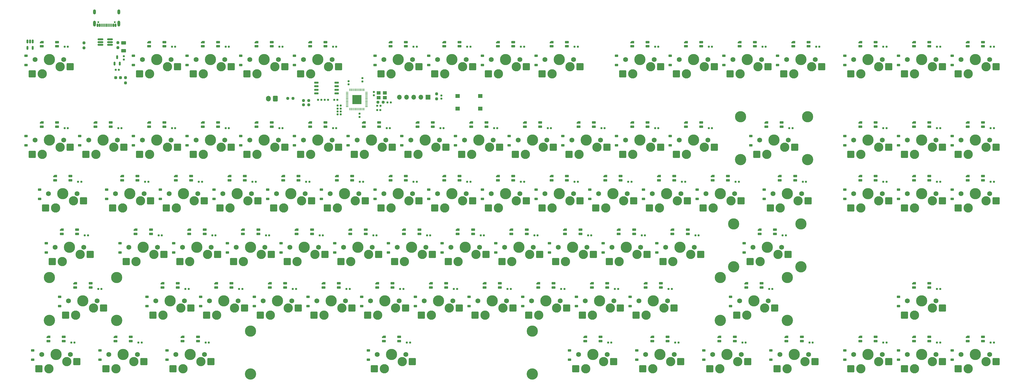
<source format=gbr>
%TF.GenerationSoftware,KiCad,Pcbnew,8.0.8*%
%TF.CreationDate,2025-02-03T21:48:35-05:00*%
%TF.ProjectId,OakSpring,4f616b53-7072-4696-9e67-2e6b69636164,rev?*%
%TF.SameCoordinates,Original*%
%TF.FileFunction,Soldermask,Bot*%
%TF.FilePolarity,Negative*%
%FSLAX46Y46*%
G04 Gerber Fmt 4.6, Leading zero omitted, Abs format (unit mm)*
G04 Created by KiCad (PCBNEW 8.0.8) date 2025-02-03 21:48:35*
%MOMM*%
%LPD*%
G01*
G04 APERTURE LIST*
G04 Aperture macros list*
%AMRoundRect*
0 Rectangle with rounded corners*
0 $1 Rounding radius*
0 $2 $3 $4 $5 $6 $7 $8 $9 X,Y pos of 4 corners*
0 Add a 4 corners polygon primitive as box body*
4,1,4,$2,$3,$4,$5,$6,$7,$8,$9,$2,$3,0*
0 Add four circle primitives for the rounded corners*
1,1,$1+$1,$2,$3*
1,1,$1+$1,$4,$5*
1,1,$1+$1,$6,$7*
1,1,$1+$1,$8,$9*
0 Add four rect primitives between the rounded corners*
20,1,$1+$1,$2,$3,$4,$5,0*
20,1,$1+$1,$4,$5,$6,$7,0*
20,1,$1+$1,$6,$7,$8,$9,0*
20,1,$1+$1,$8,$9,$2,$3,0*%
%AMFreePoly0*
4,1,18,-0.410000,0.593000,-0.403758,0.624380,-0.385983,0.650983,-0.359380,0.668758,-0.328000,0.675000,0.328000,0.675000,0.359380,0.668758,0.385983,0.650983,0.403758,0.624380,0.410000,0.593000,0.410000,-0.593000,0.403758,-0.624380,0.385983,-0.650983,0.359380,-0.668758,0.328000,-0.675000,0.000000,-0.675000,-0.410000,-0.265000,-0.410000,0.593000,-0.410000,0.593000,$1*%
G04 Aperture macros list end*
%ADD10C,4.000000*%
%ADD11C,3.987800*%
%ADD12C,1.750000*%
%ADD13C,3.300000*%
%ADD14RoundRect,0.250000X-1.025000X-1.000000X1.025000X-1.000000X1.025000X1.000000X-1.025000X1.000000X0*%
%ADD15RoundRect,0.225000X-0.375000X0.225000X-0.375000X-0.225000X0.375000X-0.225000X0.375000X0.225000X0*%
%ADD16RoundRect,0.155000X-0.212500X-0.155000X0.212500X-0.155000X0.212500X0.155000X-0.212500X0.155000X0*%
%ADD17RoundRect,0.082000X-0.593000X0.328000X-0.593000X-0.328000X0.593000X-0.328000X0.593000X0.328000X0*%
%ADD18FreePoly0,270.000000*%
%ADD19RoundRect,0.250000X-0.625000X0.375000X-0.625000X-0.375000X0.625000X-0.375000X0.625000X0.375000X0*%
%ADD20RoundRect,0.155000X-0.155000X0.212500X-0.155000X-0.212500X0.155000X-0.212500X0.155000X0.212500X0*%
%ADD21RoundRect,0.155000X0.212500X0.155000X-0.212500X0.155000X-0.212500X-0.155000X0.212500X-0.155000X0*%
%ADD22RoundRect,0.237500X-0.237500X0.250000X-0.237500X-0.250000X0.237500X-0.250000X0.237500X0.250000X0*%
%ADD23R,1.700000X1.700000*%
%ADD24O,1.700000X1.700000*%
%ADD25RoundRect,0.150000X-0.150000X0.512500X-0.150000X-0.512500X0.150000X-0.512500X0.150000X0.512500X0*%
%ADD26RoundRect,0.155000X0.155000X-0.212500X0.155000X0.212500X-0.155000X0.212500X-0.155000X-0.212500X0*%
%ADD27RoundRect,0.250000X0.600000X0.750000X-0.600000X0.750000X-0.600000X-0.750000X0.600000X-0.750000X0*%
%ADD28O,1.700000X2.000000*%
%ADD29R,1.600000X1.400000*%
%ADD30RoundRect,0.237500X0.250000X0.237500X-0.250000X0.237500X-0.250000X-0.237500X0.250000X-0.237500X0*%
%ADD31RoundRect,0.237500X0.287500X0.237500X-0.287500X0.237500X-0.287500X-0.237500X0.287500X-0.237500X0*%
%ADD32RoundRect,0.237500X-0.250000X-0.237500X0.250000X-0.237500X0.250000X0.237500X-0.250000X0.237500X0*%
%ADD33RoundRect,0.150000X0.650000X0.150000X-0.650000X0.150000X-0.650000X-0.150000X0.650000X-0.150000X0*%
%ADD34C,0.650000*%
%ADD35RoundRect,0.150000X-0.150000X-0.425000X0.150000X-0.425000X0.150000X0.425000X-0.150000X0.425000X0*%
%ADD36RoundRect,0.075000X-0.075000X-0.500000X0.075000X-0.500000X0.075000X0.500000X-0.075000X0.500000X0*%
%ADD37O,1.000000X1.800000*%
%ADD38O,1.000000X2.100000*%
%ADD39RoundRect,0.162500X0.837500X0.162500X-0.837500X0.162500X-0.837500X-0.162500X0.837500X-0.162500X0*%
%ADD40R,1.400000X1.200000*%
%ADD41RoundRect,0.050000X-0.050000X0.387500X-0.050000X-0.387500X0.050000X-0.387500X0.050000X0.387500X0*%
%ADD42RoundRect,0.050000X-0.387500X0.050000X-0.387500X-0.050000X0.387500X-0.050000X0.387500X0.050000X0*%
%ADD43R,3.200000X3.200000*%
%ADD44RoundRect,0.150000X0.150000X-0.512500X0.150000X0.512500X-0.150000X0.512500X-0.150000X-0.512500X0*%
G04 APERTURE END LIST*
D10*
%TO.C,S5*%
X209518250Y-149863050D03*
D11*
X209518250Y-134623050D03*
D10*
X109505750Y-149863050D03*
D11*
X109505750Y-134623050D03*
%TD*%
D10*
%TO.C,S4*%
X304800000Y-111760000D03*
D11*
X304800000Y-96520000D03*
D10*
X280987500Y-111760000D03*
D11*
X280987500Y-96520000D03*
%TD*%
D10*
%TO.C,S3*%
X300037500Y-130810000D03*
D11*
X300037500Y-115570000D03*
D10*
X276225000Y-130810000D03*
D11*
X276225000Y-115570000D03*
%TD*%
D10*
%TO.C,S2*%
X61976000Y-130810000D03*
D11*
X61976000Y-115570000D03*
D10*
X38163500Y-130810000D03*
D11*
X38163500Y-115570000D03*
%TD*%
D10*
%TO.C,S1*%
X307181250Y-73660000D03*
D11*
X307181250Y-58420000D03*
D10*
X283368750Y-73660000D03*
D11*
X283368750Y-58420000D03*
%TD*%
D12*
%TO.C,MX17*%
X33020000Y-66675000D03*
D11*
X38100000Y-66675000D03*
D12*
X43180000Y-66675000D03*
D13*
X41910000Y-69215000D03*
D14*
X45460000Y-69215000D03*
X32010000Y-71755000D03*
D13*
X35560000Y-71755000D03*
%TD*%
D15*
%TO.C,D60*%
X215587500Y-103375000D03*
X215587500Y-106675000D03*
%TD*%
D16*
%TO.C,C65*%
X86395000Y-119575000D03*
X87530000Y-119575000D03*
%TD*%
D12*
%TO.C,MX7*%
X175895000Y-38100000D03*
D11*
X180975000Y-38100000D03*
D12*
X186055000Y-38100000D03*
D13*
X184785000Y-40640000D03*
D14*
X188335000Y-40640000D03*
X174885000Y-43180000D03*
D13*
X178435000Y-43180000D03*
%TD*%
D15*
%TO.C,D34*%
X34612500Y-84325000D03*
X34612500Y-87625000D03*
%TD*%
D17*
%TO.C,LED23*%
X155125000Y-61925000D03*
X155125000Y-60425000D03*
X149675000Y-61925000D03*
D18*
X149675000Y-60425000D03*
%TD*%
D15*
%TO.C,D29*%
X258450000Y-65275000D03*
X258450000Y-68575000D03*
%TD*%
D12*
%TO.C,MX24*%
X166370000Y-66675000D03*
D11*
X171450000Y-66675000D03*
D12*
X176530000Y-66675000D03*
D13*
X175260000Y-69215000D03*
D14*
X178810000Y-69215000D03*
X165360000Y-71755000D03*
D13*
X168910000Y-71755000D03*
%TD*%
D17*
%TO.C,LED17*%
X40825000Y-61925000D03*
X40825000Y-60425000D03*
X35375000Y-61925000D03*
D18*
X35375000Y-60425000D03*
%TD*%
D15*
%TO.C,D62*%
X253687500Y-103375000D03*
X253687500Y-106675000D03*
%TD*%
D16*
%TO.C,C68*%
X143545000Y-119575000D03*
X144680000Y-119575000D03*
%TD*%
D15*
%TO.C,D22*%
X125100000Y-65275000D03*
X125100000Y-68575000D03*
%TD*%
D12*
%TO.C,MX10*%
X242570000Y-38100000D03*
D11*
X247650000Y-38100000D03*
D12*
X252730000Y-38100000D03*
D13*
X251460000Y-40640000D03*
D14*
X255010000Y-40640000D03*
X241560000Y-43180000D03*
D13*
X245110000Y-43180000D03*
%TD*%
D15*
%TO.C,D64*%
X41756250Y-122425000D03*
X41756250Y-125725000D03*
%TD*%
%TO.C,D23*%
X144150000Y-65275000D03*
X144150000Y-68575000D03*
%TD*%
D17*
%TO.C,LED43*%
X221800000Y-80975000D03*
X221800000Y-79475000D03*
X216350000Y-80975000D03*
D18*
X216350000Y-79475000D03*
%TD*%
D12*
%TO.C,MX75*%
X283051250Y-123825000D03*
D11*
X288131250Y-123825000D03*
D12*
X293211250Y-123825000D03*
D13*
X291941250Y-126365000D03*
D14*
X295491250Y-126365000D03*
X282041250Y-128905000D03*
D13*
X285591250Y-128905000D03*
%TD*%
D12*
%TO.C,MX71*%
X190182500Y-123825000D03*
D11*
X195262500Y-123825000D03*
D12*
X200342500Y-123825000D03*
D13*
X199072500Y-126365000D03*
D14*
X202622500Y-126365000D03*
X189172500Y-128905000D03*
D13*
X192722500Y-128905000D03*
%TD*%
D17*
%TO.C,LED79*%
X90831250Y-138125000D03*
X90831250Y-136625000D03*
X85381250Y-138125000D03*
D18*
X85381250Y-136625000D03*
%TD*%
D17*
%TO.C,LED29*%
X269425000Y-61925000D03*
X269425000Y-60425000D03*
X263975000Y-61925000D03*
D18*
X263975000Y-60425000D03*
%TD*%
D19*
%TO.C,F1*%
X64475000Y-32150000D03*
X64475000Y-34950000D03*
%TD*%
D12*
%TO.C,MX74*%
X247332500Y-123825000D03*
D11*
X252412500Y-123825000D03*
D12*
X257492500Y-123825000D03*
D13*
X256222500Y-126365000D03*
D14*
X259772500Y-126365000D03*
X246322500Y-128905000D03*
D13*
X249872500Y-128905000D03*
%TD*%
D17*
%TO.C,LED20*%
X97975000Y-61925000D03*
X97975000Y-60425000D03*
X92525000Y-61925000D03*
D18*
X92525000Y-60425000D03*
%TD*%
D15*
%TO.C,D1*%
X29850000Y-36700000D03*
X29850000Y-40000000D03*
%TD*%
D20*
%TO.C,C99*%
X64575000Y-36907500D03*
X64575000Y-38042500D03*
%TD*%
D16*
%TO.C,C45*%
X262607500Y-81475000D03*
X263742500Y-81475000D03*
%TD*%
D17*
%TO.C,LED1*%
X40825000Y-33350000D03*
X40825000Y-31850000D03*
X35375000Y-33350000D03*
D18*
X35375000Y-31850000D03*
%TD*%
D15*
%TO.C,D74*%
X244162500Y-122425000D03*
X244162500Y-125725000D03*
%TD*%
D16*
%TO.C,C24*%
X176882500Y-62425000D03*
X178017500Y-62425000D03*
%TD*%
D17*
%TO.C,LED69*%
X159887500Y-119075000D03*
X159887500Y-117575000D03*
X154437500Y-119075000D03*
D18*
X154437500Y-117575000D03*
%TD*%
D12*
%TO.C,MX68*%
X133032500Y-123825000D03*
D11*
X138112500Y-123825000D03*
D12*
X143192500Y-123825000D03*
D13*
X141922500Y-126365000D03*
D14*
X145472500Y-126365000D03*
X132022500Y-128905000D03*
D13*
X135572500Y-128905000D03*
%TD*%
D21*
%TO.C,C103*%
X159242500Y-53300000D03*
X158107500Y-53300000D03*
%TD*%
D16*
%TO.C,C3*%
X100682500Y-33528000D03*
X101817500Y-33528000D03*
%TD*%
D17*
%TO.C,LED77*%
X43206250Y-138125000D03*
X43206250Y-136625000D03*
X37756250Y-138125000D03*
D18*
X37756250Y-136625000D03*
%TD*%
D17*
%TO.C,LED87*%
X369437500Y-138125000D03*
X369437500Y-136625000D03*
X363987500Y-138125000D03*
D18*
X363987500Y-136625000D03*
%TD*%
D15*
%TO.C,D32*%
X339412500Y-65275000D03*
X339412500Y-68575000D03*
%TD*%
D12*
%TO.C,MX44*%
X233045000Y-85725000D03*
D11*
X238125000Y-85725000D03*
D12*
X243205000Y-85725000D03*
D13*
X241935000Y-88265000D03*
D14*
X245485000Y-88265000D03*
X232035000Y-90805000D03*
D13*
X235585000Y-90805000D03*
%TD*%
D15*
%TO.C,D70*%
X167962500Y-122425000D03*
X167962500Y-125725000D03*
%TD*%
D17*
%TO.C,LED34*%
X45587500Y-80975000D03*
X45587500Y-79475000D03*
X40137500Y-80975000D03*
D18*
X40137500Y-79475000D03*
%TD*%
D12*
%TO.C,MX85*%
X323532500Y-142875000D03*
D11*
X328612500Y-142875000D03*
D12*
X333692500Y-142875000D03*
D13*
X332422500Y-145415000D03*
D14*
X335972500Y-145415000D03*
X322522500Y-147955000D03*
D13*
X326072500Y-147955000D03*
%TD*%
D12*
%TO.C,MX61*%
X237807500Y-104775000D03*
D11*
X242887500Y-104775000D03*
D12*
X247967500Y-104775000D03*
D13*
X246697500Y-107315000D03*
D14*
X250247500Y-107315000D03*
X236797500Y-109855000D03*
D13*
X240347500Y-109855000D03*
%TD*%
D12*
%TO.C,MX28*%
X242570000Y-66675000D03*
D11*
X247650000Y-66675000D03*
D12*
X252730000Y-66675000D03*
D13*
X251460000Y-69215000D03*
D14*
X255010000Y-69215000D03*
X241560000Y-71755000D03*
D13*
X245110000Y-71755000D03*
%TD*%
D21*
%TO.C,C89*%
X140317500Y-52350000D03*
X139182500Y-52350000D03*
%TD*%
D17*
%TO.C,LED53*%
X93212500Y-100025000D03*
X93212500Y-98525000D03*
X87762500Y-100025000D03*
D18*
X87762500Y-98525000D03*
%TD*%
D17*
%TO.C,LED28*%
X250375000Y-61925000D03*
X250375000Y-60425000D03*
X244925000Y-61925000D03*
D18*
X244925000Y-60425000D03*
%TD*%
D12*
%TO.C,MX39*%
X137795000Y-85725000D03*
D11*
X142875000Y-85725000D03*
D12*
X147955000Y-85725000D03*
D13*
X146685000Y-88265000D03*
D14*
X150235000Y-88265000D03*
X136785000Y-90805000D03*
D13*
X140335000Y-90805000D03*
%TD*%
D15*
%TO.C,D63*%
X284643750Y-103375000D03*
X284643750Y-106675000D03*
%TD*%
D12*
%TO.C,MX25*%
X185420000Y-66675000D03*
D11*
X190500000Y-66675000D03*
D12*
X195580000Y-66675000D03*
D13*
X194310000Y-69215000D03*
D14*
X197860000Y-69215000D03*
X184410000Y-71755000D03*
D13*
X187960000Y-71755000D03*
%TD*%
D15*
%TO.C,D43*%
X210825000Y-84325000D03*
X210825000Y-87625000D03*
%TD*%
D16*
%TO.C,C80*%
X164976250Y-138625000D03*
X166111250Y-138625000D03*
%TD*%
D15*
%TO.C,D68*%
X129862500Y-122425000D03*
X129862500Y-125725000D03*
%TD*%
D17*
%TO.C,LED32*%
X350387500Y-61925000D03*
X350387500Y-60425000D03*
X344937500Y-61925000D03*
D18*
X344937500Y-60425000D03*
%TD*%
D12*
%TO.C,MX26*%
X204470000Y-66675000D03*
D11*
X209550000Y-66675000D03*
D12*
X214630000Y-66675000D03*
D13*
X213360000Y-69215000D03*
D14*
X216910000Y-69215000D03*
X203460000Y-71755000D03*
D13*
X207010000Y-71755000D03*
%TD*%
D16*
%TO.C,C69*%
X162595000Y-119575000D03*
X163730000Y-119575000D03*
%TD*%
D17*
%TO.C,LED76*%
X350387500Y-119075000D03*
X350387500Y-117575000D03*
X344937500Y-119075000D03*
D18*
X344937500Y-117575000D03*
%TD*%
D17*
%TO.C,LED75*%
X290856250Y-119075000D03*
X290856250Y-117575000D03*
X285406250Y-119075000D03*
D18*
X285406250Y-117575000D03*
%TD*%
D17*
%TO.C,LED78*%
X67018750Y-138125000D03*
X67018750Y-136625000D03*
X61568750Y-138125000D03*
D18*
X61568750Y-136625000D03*
%TD*%
D15*
%TO.C,D67*%
X110812500Y-122425000D03*
X110812500Y-125725000D03*
%TD*%
D12*
%TO.C,MX56*%
X142557500Y-104775000D03*
D11*
X147637500Y-104775000D03*
D12*
X152717500Y-104775000D03*
D13*
X151447500Y-107315000D03*
D14*
X154997500Y-107315000D03*
X141547500Y-109855000D03*
D13*
X145097500Y-109855000D03*
%TD*%
D17*
%TO.C,LED70*%
X178937500Y-119075000D03*
X178937500Y-117575000D03*
X173487500Y-119075000D03*
D18*
X173487500Y-117575000D03*
%TD*%
D15*
%TO.C,D65*%
X72712500Y-122425000D03*
X72712500Y-125725000D03*
%TD*%
D17*
%TO.C,LED50*%
X369437500Y-80975000D03*
X369437500Y-79475000D03*
X363987500Y-80975000D03*
D18*
X363987500Y-79475000D03*
%TD*%
D16*
%TO.C,C14*%
X334045000Y-33528000D03*
X335180000Y-33528000D03*
%TD*%
D12*
%TO.C,MX70*%
X171132500Y-123825000D03*
D11*
X176212500Y-123825000D03*
D12*
X181292500Y-123825000D03*
D13*
X180022500Y-126365000D03*
D14*
X183572500Y-126365000D03*
X170122500Y-128905000D03*
D13*
X173672500Y-128905000D03*
%TD*%
D15*
%TO.C,D18*%
X48900000Y-65275000D03*
X48900000Y-68575000D03*
%TD*%
%TO.C,D3*%
X87000000Y-36700000D03*
X87000000Y-40000000D03*
%TD*%
D12*
%TO.C,MX59*%
X199707500Y-104775000D03*
D11*
X204787500Y-104775000D03*
D12*
X209867500Y-104775000D03*
D13*
X208597500Y-107315000D03*
D14*
X212147500Y-107315000D03*
X198697500Y-109855000D03*
D13*
X202247500Y-109855000D03*
%TD*%
D22*
%TO.C,R5*%
X62425000Y-32037500D03*
X62425000Y-33862500D03*
%TD*%
D12*
%TO.C,MX40*%
X156845000Y-85725000D03*
D11*
X161925000Y-85725000D03*
D12*
X167005000Y-85725000D03*
D13*
X165735000Y-88265000D03*
D14*
X169285000Y-88265000D03*
X155835000Y-90805000D03*
D13*
X159385000Y-90805000D03*
%TD*%
D16*
%TO.C,C79*%
X93538750Y-138625000D03*
X94673750Y-138625000D03*
%TD*%
D17*
%TO.C,LED16*%
X369437500Y-33350000D03*
X369437500Y-31850000D03*
X363987500Y-33350000D03*
D18*
X363987500Y-31850000D03*
%TD*%
D12*
%TO.C,MX41*%
X175895000Y-85725000D03*
D11*
X180975000Y-85725000D03*
D12*
X186055000Y-85725000D03*
D13*
X184785000Y-88265000D03*
D14*
X188335000Y-88265000D03*
X174885000Y-90805000D03*
D13*
X178435000Y-90805000D03*
%TD*%
D15*
%TO.C,D79*%
X79856250Y-141475000D03*
X79856250Y-144775000D03*
%TD*%
%TO.C,D14*%
X320362500Y-36700000D03*
X320362500Y-40000000D03*
%TD*%
D23*
%TO.C,J3*%
X172525000Y-51450000D03*
D24*
X169985000Y-51450000D03*
X167445000Y-51450000D03*
X164905000Y-51450000D03*
X162365000Y-51450000D03*
%TD*%
D17*
%TO.C,LED33*%
X369437500Y-61925000D03*
X369437500Y-60425000D03*
X363987500Y-61925000D03*
D18*
X363987500Y-60425000D03*
%TD*%
D16*
%TO.C,C71*%
X200695000Y-119575000D03*
X201830000Y-119575000D03*
%TD*%
D12*
%TO.C,MX42*%
X194945000Y-85725000D03*
D11*
X200025000Y-85725000D03*
D12*
X205105000Y-85725000D03*
D13*
X203835000Y-88265000D03*
D14*
X207385000Y-88265000D03*
X193935000Y-90805000D03*
D13*
X197485000Y-90805000D03*
%TD*%
D12*
%TO.C,MX38*%
X118745000Y-85725000D03*
D11*
X123825000Y-85725000D03*
D12*
X128905000Y-85725000D03*
D13*
X127635000Y-88265000D03*
D14*
X131185000Y-88265000D03*
X117735000Y-90805000D03*
D13*
X121285000Y-90805000D03*
%TD*%
D17*
%TO.C,LED42*%
X202750000Y-80975000D03*
X202750000Y-79475000D03*
X197300000Y-80975000D03*
D18*
X197300000Y-79475000D03*
%TD*%
D15*
%TO.C,D81*%
X222731250Y-141475000D03*
X222731250Y-144775000D03*
%TD*%
%TO.C,D59*%
X196537500Y-103375000D03*
X196537500Y-106675000D03*
%TD*%
D17*
%TO.C,LED30*%
X298000000Y-61925000D03*
X298000000Y-60425000D03*
X292550000Y-61925000D03*
D18*
X292550000Y-60425000D03*
%TD*%
D16*
%TO.C,C26*%
X214982500Y-62425000D03*
X216117500Y-62425000D03*
%TD*%
%TO.C,C10*%
X253082500Y-33528000D03*
X254217500Y-33528000D03*
%TD*%
%TO.C,C72*%
X219745000Y-119575000D03*
X220880000Y-119575000D03*
%TD*%
%TO.C,C94*%
X154482500Y-54525000D03*
X155617500Y-54525000D03*
%TD*%
D17*
%TO.C,LED60*%
X226562500Y-100025000D03*
X226562500Y-98525000D03*
X221112500Y-100025000D03*
D18*
X221112500Y-98525000D03*
%TD*%
D12*
%TO.C,MX15*%
X342582500Y-38100000D03*
D11*
X347662500Y-38100000D03*
D12*
X352742500Y-38100000D03*
D13*
X351472500Y-40640000D03*
D14*
X355022500Y-40640000D03*
X341572500Y-43180000D03*
D13*
X345122500Y-43180000D03*
%TD*%
D12*
%TO.C,MX76*%
X342582500Y-123825000D03*
D11*
X347662500Y-123825000D03*
D12*
X352742500Y-123825000D03*
D13*
X351472500Y-126365000D03*
D14*
X355022500Y-126365000D03*
X341572500Y-128905000D03*
D13*
X345122500Y-128905000D03*
%TD*%
D17*
%TO.C,LED6*%
X164650000Y-33350000D03*
X164650000Y-31850000D03*
X159200000Y-33350000D03*
D18*
X159200000Y-31850000D03*
%TD*%
D12*
%TO.C,MX66*%
X94932500Y-123825000D03*
D11*
X100012500Y-123825000D03*
D12*
X105092500Y-123825000D03*
D13*
X103822500Y-126365000D03*
D14*
X107372500Y-126365000D03*
X93922500Y-128905000D03*
D13*
X97472500Y-128905000D03*
%TD*%
D15*
%TO.C,D21*%
X106050000Y-65275000D03*
X106050000Y-68575000D03*
%TD*%
D17*
%TO.C,LED71*%
X197987500Y-119075000D03*
X197987500Y-117575000D03*
X192537500Y-119075000D03*
D18*
X192537500Y-117575000D03*
%TD*%
D12*
%TO.C,MX52*%
X66357500Y-104775000D03*
D11*
X71437500Y-104775000D03*
D12*
X76517500Y-104775000D03*
D13*
X75247500Y-107315000D03*
D14*
X78797500Y-107315000D03*
X65347500Y-109855000D03*
D13*
X68897500Y-109855000D03*
%TD*%
D16*
%TO.C,C12*%
X291182500Y-33528000D03*
X292317500Y-33528000D03*
%TD*%
D15*
%TO.C,D87*%
X358462500Y-141475000D03*
X358462500Y-144775000D03*
%TD*%
D16*
%TO.C,C40*%
X167357500Y-81475000D03*
X168492500Y-81475000D03*
%TD*%
%TO.C,C60*%
X229270000Y-100525000D03*
X230405000Y-100525000D03*
%TD*%
D17*
%TO.C,LED11*%
X269425000Y-33350000D03*
X269425000Y-31850000D03*
X263975000Y-33350000D03*
D18*
X263975000Y-31850000D03*
%TD*%
D16*
%TO.C,C64*%
X55438750Y-119575000D03*
X56573750Y-119575000D03*
%TD*%
D15*
%TO.C,D20*%
X87000000Y-65275000D03*
X87000000Y-68575000D03*
%TD*%
D16*
%TO.C,C42*%
X205457500Y-81475000D03*
X206592500Y-81475000D03*
%TD*%
D15*
%TO.C,D6*%
X153675000Y-36700000D03*
X153675000Y-40000000D03*
%TD*%
D16*
%TO.C,C4*%
X119732500Y-33528000D03*
X120867500Y-33528000D03*
%TD*%
D12*
%TO.C,MX35*%
X61595000Y-85725000D03*
D11*
X66675000Y-85725000D03*
D12*
X71755000Y-85725000D03*
D13*
X70485000Y-88265000D03*
D14*
X74035000Y-88265000D03*
X60585000Y-90805000D03*
D13*
X64135000Y-90805000D03*
%TD*%
D12*
%TO.C,MX55*%
X123507500Y-104775000D03*
D11*
X128587500Y-104775000D03*
D12*
X133667500Y-104775000D03*
D13*
X132397500Y-107315000D03*
D14*
X135947500Y-107315000D03*
X122497500Y-109855000D03*
D13*
X126047500Y-109855000D03*
%TD*%
D12*
%TO.C,MX80*%
X154463750Y-142875000D03*
D11*
X159543750Y-142875000D03*
D12*
X164623750Y-142875000D03*
D13*
X163353750Y-145415000D03*
D14*
X166903750Y-145415000D03*
X153453750Y-147955000D03*
D13*
X157003750Y-147955000D03*
%TD*%
D12*
%TO.C,MX51*%
X40163750Y-104775000D03*
D11*
X45243750Y-104775000D03*
D12*
X50323750Y-104775000D03*
D13*
X49053750Y-107315000D03*
D14*
X52603750Y-107315000D03*
X39153750Y-109855000D03*
D13*
X42703750Y-109855000D03*
%TD*%
D16*
%TO.C,C23*%
X157832500Y-62425000D03*
X158967500Y-62425000D03*
%TD*%
D17*
%TO.C,LED51*%
X47968750Y-100025000D03*
X47968750Y-98525000D03*
X42518750Y-100025000D03*
D18*
X42518750Y-98525000D03*
%TD*%
D15*
%TO.C,D36*%
X77475000Y-84325000D03*
X77475000Y-87625000D03*
%TD*%
D17*
%TO.C,LED63*%
X295618750Y-100025000D03*
X295618750Y-98525000D03*
X290168750Y-100025000D03*
D18*
X290168750Y-98525000D03*
%TD*%
D15*
%TO.C,D80*%
X151293750Y-141475000D03*
X151293750Y-144775000D03*
%TD*%
%TO.C,D37*%
X96525000Y-84325000D03*
X96525000Y-87625000D03*
%TD*%
%TO.C,D41*%
X172725000Y-84325000D03*
X172725000Y-87625000D03*
%TD*%
D16*
%TO.C,C85*%
X334045000Y-138625000D03*
X335180000Y-138625000D03*
%TD*%
D15*
%TO.C,D82*%
X246543750Y-141475000D03*
X246543750Y-144775000D03*
%TD*%
D12*
%TO.C,MX50*%
X361632500Y-85725000D03*
D11*
X366712500Y-85725000D03*
D12*
X371792500Y-85725000D03*
D13*
X370522500Y-88265000D03*
D14*
X374072500Y-88265000D03*
X360622500Y-90805000D03*
D13*
X364172500Y-90805000D03*
%TD*%
D22*
%TO.C,R8*%
X65150000Y-44512500D03*
X65150000Y-46337500D03*
%TD*%
D12*
%TO.C,MX73*%
X228282500Y-123825000D03*
D11*
X233362500Y-123825000D03*
D12*
X238442500Y-123825000D03*
D13*
X237172500Y-126365000D03*
D14*
X240722500Y-126365000D03*
X227272500Y-128905000D03*
D13*
X230822500Y-128905000D03*
%TD*%
D17*
%TO.C,LED15*%
X350387500Y-33350000D03*
X350387500Y-31850000D03*
X344937500Y-33350000D03*
D18*
X344937500Y-31850000D03*
%TD*%
D16*
%TO.C,C76*%
X353095000Y-119575000D03*
X354230000Y-119575000D03*
%TD*%
D17*
%TO.C,LED19*%
X78925000Y-61925000D03*
X78925000Y-60425000D03*
X73475000Y-61925000D03*
D18*
X73475000Y-60425000D03*
%TD*%
D15*
%TO.C,D44*%
X229875000Y-84325000D03*
X229875000Y-87625000D03*
%TD*%
%TO.C,D38*%
X115575000Y-84325000D03*
X115575000Y-87625000D03*
%TD*%
D17*
%TO.C,LED7*%
X183700000Y-33350000D03*
X183700000Y-31850000D03*
X178250000Y-33350000D03*
D18*
X178250000Y-31850000D03*
%TD*%
D16*
%TO.C,C51*%
X50676250Y-100525000D03*
X51811250Y-100525000D03*
%TD*%
%TO.C,C57*%
X172120000Y-100525000D03*
X173255000Y-100525000D03*
%TD*%
D15*
%TO.C,D56*%
X139387500Y-103375000D03*
X139387500Y-106675000D03*
%TD*%
D16*
%TO.C,C15*%
X353095000Y-33528000D03*
X354230000Y-33528000D03*
%TD*%
D17*
%TO.C,LED85*%
X331337500Y-138125000D03*
X331337500Y-136625000D03*
X325887500Y-138125000D03*
D18*
X325887500Y-136625000D03*
%TD*%
D17*
%TO.C,LED18*%
X59875000Y-61925000D03*
X59875000Y-60425000D03*
X54425000Y-61925000D03*
D18*
X54425000Y-60425000D03*
%TD*%
D17*
%TO.C,LED80*%
X162268750Y-138125000D03*
X162268750Y-136625000D03*
X156818750Y-138125000D03*
D18*
X156818750Y-136625000D03*
%TD*%
D12*
%TO.C,MX8*%
X194945000Y-38100000D03*
D11*
X200025000Y-38100000D03*
D12*
X205105000Y-38100000D03*
D13*
X203835000Y-40640000D03*
D14*
X207385000Y-40640000D03*
X193935000Y-43180000D03*
D13*
X197485000Y-43180000D03*
%TD*%
D17*
%TO.C,LED36*%
X88450000Y-80975000D03*
X88450000Y-79475000D03*
X83000000Y-80975000D03*
D18*
X83000000Y-79475000D03*
%TD*%
D15*
%TO.C,D72*%
X206062500Y-122425000D03*
X206062500Y-125725000D03*
%TD*%
D16*
%TO.C,C78*%
X69726250Y-138625000D03*
X70861250Y-138625000D03*
%TD*%
%TO.C,C29*%
X272132500Y-62425000D03*
X273267500Y-62425000D03*
%TD*%
D12*
%TO.C,MX53*%
X85407500Y-104775000D03*
D11*
X90487500Y-104775000D03*
D12*
X95567500Y-104775000D03*
D13*
X94297500Y-107315000D03*
D14*
X97847500Y-107315000D03*
X84397500Y-109855000D03*
D13*
X87947500Y-109855000D03*
%TD*%
D12*
%TO.C,MX81*%
X225901250Y-142875000D03*
D11*
X230981250Y-142875000D03*
D12*
X236061250Y-142875000D03*
D13*
X234791250Y-145415000D03*
D14*
X238341250Y-145415000D03*
X224891250Y-147955000D03*
D13*
X228441250Y-147955000D03*
%TD*%
D16*
%TO.C,C70*%
X181645000Y-119575000D03*
X182780000Y-119575000D03*
%TD*%
D15*
%TO.C,D27*%
X220350000Y-65275000D03*
X220350000Y-68575000D03*
%TD*%
D16*
%TO.C,C5*%
X138782500Y-33528000D03*
X139917500Y-33528000D03*
%TD*%
D25*
%TO.C,U4*%
X30317500Y-31652500D03*
X31267500Y-31652500D03*
X32217500Y-31652500D03*
X32217500Y-33927500D03*
X30317500Y-33927500D03*
%TD*%
D17*
%TO.C,LED47*%
X302762500Y-80975000D03*
X302762500Y-79475000D03*
X297312500Y-80975000D03*
D18*
X297312500Y-79475000D03*
%TD*%
D12*
%TO.C,MX84*%
X297338750Y-142875000D03*
D11*
X302418750Y-142875000D03*
D12*
X307498750Y-142875000D03*
D13*
X306228750Y-145415000D03*
D14*
X309778750Y-145415000D03*
X296328750Y-147955000D03*
D13*
X299878750Y-147955000D03*
%TD*%
D16*
%TO.C,C6*%
X167357500Y-33528000D03*
X168492500Y-33528000D03*
%TD*%
%TO.C,C37*%
X110207500Y-81475000D03*
X111342500Y-81475000D03*
%TD*%
D20*
%TO.C,C96*%
X148150000Y-57307500D03*
X148150000Y-58442500D03*
%TD*%
D17*
%TO.C,LED58*%
X188462500Y-100025000D03*
X188462500Y-98525000D03*
X183012500Y-100025000D03*
D18*
X183012500Y-98525000D03*
%TD*%
D26*
%TO.C,C95*%
X149225000Y-45817500D03*
X149225000Y-44682500D03*
%TD*%
D15*
%TO.C,D8*%
X191775000Y-36700000D03*
X191775000Y-40000000D03*
%TD*%
D12*
%TO.C,MX3*%
X90170000Y-38100000D03*
D11*
X95250000Y-38100000D03*
D12*
X100330000Y-38100000D03*
D13*
X99060000Y-40640000D03*
D14*
X102610000Y-40640000D03*
X89160000Y-43180000D03*
D13*
X92710000Y-43180000D03*
%TD*%
D12*
%TO.C,MX5*%
X128270000Y-38100000D03*
D11*
X133350000Y-38100000D03*
D12*
X138430000Y-38100000D03*
D13*
X137160000Y-40640000D03*
D14*
X140710000Y-40640000D03*
X127260000Y-43180000D03*
D13*
X130810000Y-43180000D03*
%TD*%
D17*
%TO.C,LED86*%
X350387500Y-138125000D03*
X350387500Y-136625000D03*
X344937500Y-138125000D03*
D18*
X344937500Y-136625000D03*
%TD*%
D16*
%TO.C,C101*%
X61632500Y-41700000D03*
X62767500Y-41700000D03*
%TD*%
D12*
%TO.C,MX77*%
X35401250Y-142875000D03*
D11*
X40481250Y-142875000D03*
D12*
X45561250Y-142875000D03*
D13*
X44291250Y-145415000D03*
D14*
X47841250Y-145415000D03*
X34391250Y-147955000D03*
D13*
X37941250Y-147955000D03*
%TD*%
D16*
%TO.C,C61*%
X248320000Y-100525000D03*
X249455000Y-100525000D03*
%TD*%
D12*
%TO.C,MX29*%
X261620000Y-66675000D03*
D11*
X266700000Y-66675000D03*
D12*
X271780000Y-66675000D03*
D13*
X270510000Y-69215000D03*
D14*
X274060000Y-69215000D03*
X260610000Y-71755000D03*
D13*
X264160000Y-71755000D03*
%TD*%
D15*
%TO.C,D10*%
X239400000Y-36700000D03*
X239400000Y-40000000D03*
%TD*%
D17*
%TO.C,LED57*%
X169412500Y-100025000D03*
X169412500Y-98525000D03*
X163962500Y-100025000D03*
D18*
X163962500Y-98525000D03*
%TD*%
D16*
%TO.C,C35*%
X72107500Y-81475000D03*
X73242500Y-81475000D03*
%TD*%
D12*
%TO.C,MX32*%
X342582500Y-66675000D03*
D11*
X347662500Y-66675000D03*
D12*
X352742500Y-66675000D03*
D13*
X351472500Y-69215000D03*
D14*
X355022500Y-69215000D03*
X341572500Y-71755000D03*
D13*
X345122500Y-71755000D03*
%TD*%
D16*
%TO.C,C18*%
X62582500Y-62425000D03*
X63717500Y-62425000D03*
%TD*%
%TO.C,C75*%
X293563750Y-119575000D03*
X294698750Y-119575000D03*
%TD*%
%TO.C,C52*%
X76870000Y-100525000D03*
X78005000Y-100525000D03*
%TD*%
D17*
%TO.C,LED26*%
X212275000Y-61925000D03*
X212275000Y-60425000D03*
X206825000Y-61925000D03*
D18*
X206825000Y-60425000D03*
%TD*%
D17*
%TO.C,LED55*%
X131312500Y-100025000D03*
X131312500Y-98525000D03*
X125862500Y-100025000D03*
D18*
X125862500Y-98525000D03*
%TD*%
D15*
%TO.C,D48*%
X320362500Y-84325000D03*
X320362500Y-87625000D03*
%TD*%
D16*
%TO.C,C28*%
X253082500Y-62425000D03*
X254217500Y-62425000D03*
%TD*%
D12*
%TO.C,MX14*%
X323532500Y-38100000D03*
D11*
X328612500Y-38100000D03*
D12*
X333692500Y-38100000D03*
D13*
X332422500Y-40640000D03*
D14*
X335972500Y-40640000D03*
X322522500Y-43180000D03*
D13*
X326072500Y-43180000D03*
%TD*%
D16*
%TO.C,C63*%
X298326250Y-100525000D03*
X299461250Y-100525000D03*
%TD*%
D15*
%TO.C,D58*%
X177487500Y-103375000D03*
X177487500Y-106675000D03*
%TD*%
D12*
%TO.C,MX4*%
X109220000Y-38100000D03*
D11*
X114300000Y-38100000D03*
D12*
X119380000Y-38100000D03*
D13*
X118110000Y-40640000D03*
D14*
X121660000Y-40640000D03*
X108210000Y-43180000D03*
D13*
X111760000Y-43180000D03*
%TD*%
D15*
%TO.C,D78*%
X56043750Y-141475000D03*
X56043750Y-144775000D03*
%TD*%
D17*
%TO.C,LED54*%
X112262500Y-100025000D03*
X112262500Y-98525000D03*
X106812500Y-100025000D03*
D18*
X106812500Y-98525000D03*
%TD*%
D12*
%TO.C,MX82*%
X249713750Y-142875000D03*
D11*
X254793750Y-142875000D03*
D12*
X259873750Y-142875000D03*
D13*
X258603750Y-145415000D03*
D14*
X262153750Y-145415000D03*
X248703750Y-147955000D03*
D13*
X252253750Y-147955000D03*
%TD*%
D15*
%TO.C,D31*%
X320362500Y-65275000D03*
X320362500Y-68575000D03*
%TD*%
%TO.C,D75*%
X279881250Y-122425000D03*
X279881250Y-125725000D03*
%TD*%
%TO.C,D61*%
X234637500Y-103375000D03*
X234637500Y-106675000D03*
%TD*%
%TO.C,D9*%
X210825000Y-36700000D03*
X210825000Y-40000000D03*
%TD*%
%TO.C,D17*%
X29850000Y-65275000D03*
X29850000Y-68575000D03*
%TD*%
D12*
%TO.C,MX78*%
X59213750Y-142875000D03*
D11*
X64293750Y-142875000D03*
D12*
X69373750Y-142875000D03*
D13*
X68103750Y-145415000D03*
D14*
X71653750Y-145415000D03*
X58203750Y-147955000D03*
D13*
X61753750Y-147955000D03*
%TD*%
D15*
%TO.C,D86*%
X339412500Y-141475000D03*
X339412500Y-144775000D03*
%TD*%
D12*
%TO.C,MX72*%
X209232500Y-123825000D03*
D11*
X214312500Y-123825000D03*
D12*
X219392500Y-123825000D03*
D13*
X218122500Y-126365000D03*
D14*
X221672500Y-126365000D03*
X208222500Y-128905000D03*
D13*
X211772500Y-128905000D03*
%TD*%
D12*
%TO.C,MX13*%
X299720000Y-38100000D03*
D11*
X304800000Y-38100000D03*
D12*
X309880000Y-38100000D03*
D13*
X308610000Y-40640000D03*
D14*
X312160000Y-40640000D03*
X298710000Y-43180000D03*
D13*
X302260000Y-43180000D03*
%TD*%
D15*
%TO.C,D4*%
X106050000Y-36700000D03*
X106050000Y-40000000D03*
%TD*%
D12*
%TO.C,MX19*%
X71120000Y-66675000D03*
D11*
X76200000Y-66675000D03*
D12*
X81280000Y-66675000D03*
D13*
X80010000Y-69215000D03*
D14*
X83560000Y-69215000D03*
X70110000Y-71755000D03*
D13*
X73660000Y-71755000D03*
%TD*%
D17*
%TO.C,LED12*%
X288475000Y-33350000D03*
X288475000Y-31850000D03*
X283025000Y-33350000D03*
D18*
X283025000Y-31850000D03*
%TD*%
D16*
%TO.C,C86*%
X353095000Y-138625000D03*
X354230000Y-138625000D03*
%TD*%
D15*
%TO.C,D5*%
X125100000Y-36700000D03*
X125100000Y-40000000D03*
%TD*%
D16*
%TO.C,C47*%
X305470000Y-81475000D03*
X306605000Y-81475000D03*
%TD*%
D17*
%TO.C,LED4*%
X117025000Y-33350000D03*
X117025000Y-31850000D03*
X111575000Y-33350000D03*
D18*
X111575000Y-31850000D03*
%TD*%
D16*
%TO.C,C62*%
X267370000Y-100525000D03*
X268505000Y-100525000D03*
%TD*%
D12*
%TO.C,MX54*%
X104457500Y-104775000D03*
D11*
X109537500Y-104775000D03*
D12*
X114617500Y-104775000D03*
D13*
X113347500Y-107315000D03*
D14*
X116897500Y-107315000D03*
X103447500Y-109855000D03*
D13*
X106997500Y-109855000D03*
%TD*%
D15*
%TO.C,D73*%
X225112500Y-122425000D03*
X225112500Y-125725000D03*
%TD*%
D27*
%TO.C,J2*%
X118325000Y-51975000D03*
D28*
X115825000Y-51975000D03*
%TD*%
D17*
%TO.C,LED52*%
X74162500Y-100025000D03*
X74162500Y-98525000D03*
X68712500Y-100025000D03*
D18*
X68712500Y-98525000D03*
%TD*%
D17*
%TO.C,LED38*%
X126550000Y-80975000D03*
X126550000Y-79475000D03*
X121100000Y-80975000D03*
D18*
X121100000Y-79475000D03*
%TD*%
D17*
%TO.C,LED5*%
X136075000Y-33350000D03*
X136075000Y-31850000D03*
X130625000Y-33350000D03*
D18*
X130625000Y-31850000D03*
%TD*%
D12*
%TO.C,MX79*%
X83026250Y-142875000D03*
D11*
X88106250Y-142875000D03*
D12*
X93186250Y-142875000D03*
D13*
X91916250Y-145415000D03*
D14*
X95466250Y-145415000D03*
X82016250Y-147955000D03*
D13*
X85566250Y-147955000D03*
%TD*%
D15*
%TO.C,D39*%
X134625000Y-84325000D03*
X134625000Y-87625000D03*
%TD*%
D17*
%TO.C,LED25*%
X193225000Y-61925000D03*
X193225000Y-60425000D03*
X187775000Y-61925000D03*
D18*
X187775000Y-60425000D03*
%TD*%
D17*
%TO.C,LED61*%
X245612500Y-100025000D03*
X245612500Y-98525000D03*
X240162500Y-100025000D03*
D18*
X240162500Y-98525000D03*
%TD*%
D15*
%TO.C,D42*%
X191775000Y-84325000D03*
X191775000Y-87625000D03*
%TD*%
%TO.C,D33*%
X358462500Y-65275000D03*
X358462500Y-68575000D03*
%TD*%
D12*
%TO.C,MX49*%
X342582500Y-85725000D03*
D11*
X347662500Y-85725000D03*
D12*
X352742500Y-85725000D03*
D13*
X351472500Y-88265000D03*
D14*
X355022500Y-88265000D03*
X341572500Y-90805000D03*
D13*
X345122500Y-90805000D03*
%TD*%
D16*
%TO.C,C38*%
X129257500Y-81475000D03*
X130392500Y-81475000D03*
%TD*%
D12*
%TO.C,MX43*%
X213995000Y-85725000D03*
D11*
X219075000Y-85725000D03*
D12*
X224155000Y-85725000D03*
D13*
X222885000Y-88265000D03*
D14*
X226435000Y-88265000D03*
X212985000Y-90805000D03*
D13*
X216535000Y-90805000D03*
%TD*%
D29*
%TO.C,SW1*%
X182992500Y-55475000D03*
X190992500Y-55475000D03*
X182992500Y-50975000D03*
X190992500Y-50975000D03*
%TD*%
D12*
%TO.C,MX2*%
X71120000Y-38100000D03*
D11*
X76200000Y-38100000D03*
D12*
X81280000Y-38100000D03*
D13*
X80010000Y-40640000D03*
D14*
X83560000Y-40640000D03*
X70110000Y-43180000D03*
D13*
X73660000Y-43180000D03*
%TD*%
D17*
%TO.C,LED41*%
X183700000Y-80975000D03*
X183700000Y-79475000D03*
X178250000Y-80975000D03*
D18*
X178250000Y-79475000D03*
%TD*%
D26*
%TO.C,C100*%
X177200000Y-51942500D03*
X177200000Y-50807500D03*
%TD*%
D16*
%TO.C,C88*%
X154457500Y-55975000D03*
X155592500Y-55975000D03*
%TD*%
D12*
%TO.C,MX87*%
X361632500Y-142875000D03*
D11*
X366712500Y-142875000D03*
D12*
X371792500Y-142875000D03*
D13*
X370522500Y-145415000D03*
D14*
X374072500Y-145415000D03*
X360622500Y-147955000D03*
D13*
X364172500Y-147955000D03*
%TD*%
D16*
%TO.C,C98*%
X140382500Y-54375000D03*
X141517500Y-54375000D03*
%TD*%
D30*
%TO.C,R4*%
X130137500Y-54125000D03*
X128312500Y-54125000D03*
%TD*%
D12*
%TO.C,MX18*%
X52070000Y-66675000D03*
D11*
X57150000Y-66675000D03*
D12*
X62230000Y-66675000D03*
D13*
X60960000Y-69215000D03*
D14*
X64510000Y-69215000D03*
X51060000Y-71755000D03*
D13*
X54610000Y-71755000D03*
%TD*%
D12*
%TO.C,MX64*%
X44926250Y-123825000D03*
D11*
X50006250Y-123825000D03*
D12*
X55086250Y-123825000D03*
D13*
X53816250Y-126365000D03*
D14*
X57366250Y-126365000D03*
X43916250Y-128905000D03*
D13*
X47466250Y-128905000D03*
%TD*%
D17*
%TO.C,LED83*%
X281331250Y-138125000D03*
X281331250Y-136625000D03*
X275881250Y-138125000D03*
D18*
X275881250Y-136625000D03*
%TD*%
D17*
%TO.C,LED44*%
X240850000Y-80975000D03*
X240850000Y-79475000D03*
X235400000Y-80975000D03*
D18*
X235400000Y-79475000D03*
%TD*%
D15*
%TO.C,D16*%
X358462500Y-36700000D03*
X358462500Y-40000000D03*
%TD*%
D16*
%TO.C,C27*%
X234032500Y-62425000D03*
X235167500Y-62425000D03*
%TD*%
%TO.C,C77*%
X45913750Y-138625000D03*
X47048750Y-138625000D03*
%TD*%
D17*
%TO.C,LED9*%
X221800000Y-33350000D03*
X221800000Y-31850000D03*
X216350000Y-33350000D03*
D18*
X216350000Y-31850000D03*
%TD*%
D15*
%TO.C,D84*%
X294168750Y-141475000D03*
X294168750Y-144775000D03*
%TD*%
D16*
%TO.C,C50*%
X372145000Y-81475000D03*
X373280000Y-81475000D03*
%TD*%
D15*
%TO.C,D25*%
X182250000Y-65275000D03*
X182250000Y-68575000D03*
%TD*%
%TO.C,D45*%
X248925000Y-84325000D03*
X248925000Y-87625000D03*
%TD*%
D17*
%TO.C,LED45*%
X259900000Y-80975000D03*
X259900000Y-79475000D03*
X254450000Y-80975000D03*
D18*
X254450000Y-79475000D03*
%TD*%
D12*
%TO.C,MX83*%
X273526250Y-142875000D03*
D11*
X278606250Y-142875000D03*
D12*
X283686250Y-142875000D03*
D13*
X282416250Y-145415000D03*
D14*
X285966250Y-145415000D03*
X272516250Y-147955000D03*
D13*
X276066250Y-147955000D03*
%TD*%
D15*
%TO.C,D52*%
X63187500Y-103375000D03*
X63187500Y-106675000D03*
%TD*%
D16*
%TO.C,C58*%
X191170000Y-100525000D03*
X192305000Y-100525000D03*
%TD*%
D15*
%TO.C,D71*%
X187012500Y-122425000D03*
X187012500Y-125725000D03*
%TD*%
D16*
%TO.C,C74*%
X257845000Y-119575000D03*
X258980000Y-119575000D03*
%TD*%
D22*
%TO.C,R3*%
X50425000Y-32112500D03*
X50425000Y-33937500D03*
%TD*%
D12*
%TO.C,MX47*%
X294957500Y-85725000D03*
D11*
X300037500Y-85725000D03*
D12*
X305117500Y-85725000D03*
D13*
X303847500Y-88265000D03*
D14*
X307397500Y-88265000D03*
X293947500Y-90805000D03*
D13*
X297497500Y-90805000D03*
%TD*%
D12*
%TO.C,MX20*%
X90170000Y-66675000D03*
D11*
X95250000Y-66675000D03*
D12*
X100330000Y-66675000D03*
D13*
X99060000Y-69215000D03*
D14*
X102610000Y-69215000D03*
X89160000Y-71755000D03*
D13*
X92710000Y-71755000D03*
%TD*%
D16*
%TO.C,C48*%
X334045000Y-81475000D03*
X335180000Y-81475000D03*
%TD*%
D21*
%TO.C,C93*%
X134617500Y-52375000D03*
X133482500Y-52375000D03*
%TD*%
D16*
%TO.C,C22*%
X138782500Y-62425000D03*
X139917500Y-62425000D03*
%TD*%
D17*
%TO.C,LED14*%
X331337500Y-33350000D03*
X331337500Y-31850000D03*
X325887500Y-33350000D03*
D18*
X325887500Y-31850000D03*
%TD*%
D16*
%TO.C,C17*%
X43532500Y-62425000D03*
X44667500Y-62425000D03*
%TD*%
%TO.C,C43*%
X224507500Y-81475000D03*
X225642500Y-81475000D03*
%TD*%
D12*
%TO.C,MX9*%
X213995000Y-38100000D03*
D11*
X219075000Y-38100000D03*
D12*
X224155000Y-38100000D03*
D13*
X222885000Y-40640000D03*
D14*
X226435000Y-40640000D03*
X212985000Y-43180000D03*
D13*
X216535000Y-43180000D03*
%TD*%
D31*
%TO.C,D88*%
X63375000Y-44500000D03*
X61625000Y-44500000D03*
%TD*%
D12*
%TO.C,MX1*%
X33020000Y-38100000D03*
D11*
X38100000Y-38100000D03*
D12*
X43180000Y-38100000D03*
D13*
X41910000Y-40640000D03*
D14*
X45460000Y-40640000D03*
X32010000Y-43180000D03*
D13*
X35560000Y-43180000D03*
%TD*%
D15*
%TO.C,D7*%
X172725000Y-36700000D03*
X172725000Y-40000000D03*
%TD*%
D17*
%TO.C,LED2*%
X78925000Y-33350000D03*
X78925000Y-31850000D03*
X73475000Y-33350000D03*
D18*
X73475000Y-31850000D03*
%TD*%
D16*
%TO.C,C41*%
X186407500Y-81475000D03*
X187542500Y-81475000D03*
%TD*%
D22*
%TO.C,R1*%
X175500000Y-50237500D03*
X175500000Y-52062500D03*
%TD*%
D15*
%TO.C,D83*%
X270356250Y-141475000D03*
X270356250Y-144775000D03*
%TD*%
D16*
%TO.C,C9*%
X224507500Y-33528000D03*
X225642500Y-33528000D03*
%TD*%
D17*
%TO.C,LED13*%
X307525000Y-33350000D03*
X307525000Y-31850000D03*
X302075000Y-33350000D03*
D18*
X302075000Y-31850000D03*
%TD*%
D16*
%TO.C,C8*%
X205457500Y-33528000D03*
X206592500Y-33528000D03*
%TD*%
%TO.C,C25*%
X195932500Y-62425000D03*
X197067500Y-62425000D03*
%TD*%
%TO.C,C1*%
X43532500Y-33528000D03*
X44667500Y-33528000D03*
%TD*%
D15*
%TO.C,D69*%
X148912500Y-122425000D03*
X148912500Y-125725000D03*
%TD*%
%TO.C,D11*%
X258450000Y-36700000D03*
X258450000Y-40000000D03*
%TD*%
%TO.C,D85*%
X320362500Y-141475000D03*
X320362500Y-144775000D03*
%TD*%
D16*
%TO.C,C56*%
X153070000Y-100525000D03*
X154205000Y-100525000D03*
%TD*%
%TO.C,C36*%
X91157500Y-81475000D03*
X92292500Y-81475000D03*
%TD*%
D17*
%TO.C,LED72*%
X217037500Y-119075000D03*
X217037500Y-117575000D03*
X211587500Y-119075000D03*
D18*
X211587500Y-117575000D03*
%TD*%
D12*
%TO.C,MX23*%
X147320000Y-66675000D03*
D11*
X152400000Y-66675000D03*
D12*
X157480000Y-66675000D03*
D13*
X156210000Y-69215000D03*
D14*
X159760000Y-69215000D03*
X146310000Y-71755000D03*
D13*
X149860000Y-71755000D03*
%TD*%
D16*
%TO.C,C11*%
X272132500Y-33528000D03*
X273267500Y-33528000D03*
%TD*%
D12*
%TO.C,MX30*%
X290195000Y-66675000D03*
D11*
X295275000Y-66675000D03*
D12*
X300355000Y-66675000D03*
D13*
X299085000Y-69215000D03*
D14*
X302635000Y-69215000D03*
X289185000Y-71755000D03*
D13*
X292735000Y-71755000D03*
%TD*%
D20*
%TO.C,C102*%
X153250000Y-49607500D03*
X153250000Y-50742500D03*
%TD*%
D15*
%TO.C,D54*%
X101287500Y-103375000D03*
X101287500Y-106675000D03*
%TD*%
%TO.C,D30*%
X287025000Y-65275000D03*
X287025000Y-68575000D03*
%TD*%
D21*
%TO.C,C90*%
X141542500Y-56500000D03*
X140407500Y-56500000D03*
%TD*%
D17*
%TO.C,LED10*%
X250375000Y-33350000D03*
X250375000Y-31850000D03*
X244925000Y-33350000D03*
D18*
X244925000Y-31850000D03*
%TD*%
D15*
%TO.C,D77*%
X32231250Y-141475000D03*
X32231250Y-144775000D03*
%TD*%
D16*
%TO.C,C83*%
X284038750Y-138625000D03*
X285173750Y-138625000D03*
%TD*%
D12*
%TO.C,MX45*%
X252095000Y-85725000D03*
D11*
X257175000Y-85725000D03*
D12*
X262255000Y-85725000D03*
D13*
X260985000Y-88265000D03*
D14*
X264535000Y-88265000D03*
X251085000Y-90805000D03*
D13*
X254635000Y-90805000D03*
%TD*%
D16*
%TO.C,C32*%
X353095000Y-62425000D03*
X354230000Y-62425000D03*
%TD*%
D12*
%TO.C,MX46*%
X271145000Y-85725000D03*
D11*
X276225000Y-85725000D03*
D12*
X281305000Y-85725000D03*
D13*
X280035000Y-88265000D03*
D14*
X283585000Y-88265000D03*
X270135000Y-90805000D03*
D13*
X273685000Y-90805000D03*
%TD*%
D16*
%TO.C,C20*%
X100682500Y-62425000D03*
X101817500Y-62425000D03*
%TD*%
D17*
%TO.C,LED39*%
X145600000Y-80975000D03*
X145600000Y-79475000D03*
X140150000Y-80975000D03*
D18*
X140150000Y-79475000D03*
%TD*%
D15*
%TO.C,D53*%
X82237500Y-103375000D03*
X82237500Y-106675000D03*
%TD*%
%TO.C,D15*%
X339412500Y-36700000D03*
X339412500Y-40000000D03*
%TD*%
D16*
%TO.C,C33*%
X372145000Y-62425000D03*
X373280000Y-62425000D03*
%TD*%
%TO.C,C73*%
X238795000Y-119575000D03*
X239930000Y-119575000D03*
%TD*%
D15*
%TO.C,D57*%
X158437500Y-103375000D03*
X158437500Y-106675000D03*
%TD*%
D16*
%TO.C,C2*%
X81632500Y-33528000D03*
X82767500Y-33528000D03*
%TD*%
D12*
%TO.C,MX65*%
X75882500Y-123825000D03*
D11*
X80962500Y-123825000D03*
D12*
X86042500Y-123825000D03*
D13*
X84772500Y-126365000D03*
D14*
X88322500Y-126365000D03*
X74872500Y-128905000D03*
D13*
X78422500Y-128905000D03*
%TD*%
D17*
%TO.C,LED49*%
X350387500Y-80975000D03*
X350387500Y-79475000D03*
X344937500Y-80975000D03*
D18*
X344937500Y-79475000D03*
%TD*%
D12*
%TO.C,MX6*%
X156845000Y-38100000D03*
D11*
X161925000Y-38100000D03*
D12*
X167005000Y-38100000D03*
D13*
X165735000Y-40640000D03*
D14*
X169285000Y-40640000D03*
X155835000Y-43180000D03*
D13*
X159385000Y-43180000D03*
%TD*%
D15*
%TO.C,D28*%
X239400000Y-65275000D03*
X239400000Y-68575000D03*
%TD*%
D32*
%TO.C,R2*%
X128312500Y-52600000D03*
X130137500Y-52600000D03*
%TD*%
D17*
%TO.C,LED37*%
X107500000Y-80975000D03*
X107500000Y-79475000D03*
X102050000Y-80975000D03*
D18*
X102050000Y-79475000D03*
%TD*%
D16*
%TO.C,C7*%
X186407500Y-33528000D03*
X187542500Y-33528000D03*
%TD*%
D15*
%TO.C,D47*%
X291787500Y-84325000D03*
X291787500Y-87625000D03*
%TD*%
D17*
%TO.C,LED82*%
X257518750Y-138125000D03*
X257518750Y-136625000D03*
X252068750Y-138125000D03*
D18*
X252068750Y-136625000D03*
%TD*%
D16*
%TO.C,C104*%
X135857500Y-52375000D03*
X136992500Y-52375000D03*
%TD*%
D12*
%TO.C,MX58*%
X180657500Y-104775000D03*
D11*
X185737500Y-104775000D03*
D12*
X190817500Y-104775000D03*
D13*
X189547500Y-107315000D03*
D14*
X193097500Y-107315000D03*
X179647500Y-109855000D03*
D13*
X183197500Y-109855000D03*
%TD*%
D15*
%TO.C,D2*%
X67950000Y-36700000D03*
X67950000Y-40000000D03*
%TD*%
D17*
%TO.C,LED73*%
X236087500Y-119075000D03*
X236087500Y-117575000D03*
X230637500Y-119075000D03*
D18*
X230637500Y-117575000D03*
%TD*%
D15*
%TO.C,D46*%
X267975000Y-84325000D03*
X267975000Y-87625000D03*
%TD*%
D12*
%TO.C,MX36*%
X80645000Y-85725000D03*
D11*
X85725000Y-85725000D03*
D12*
X90805000Y-85725000D03*
D13*
X89535000Y-88265000D03*
D14*
X93085000Y-88265000D03*
X79635000Y-90805000D03*
D13*
X83185000Y-90805000D03*
%TD*%
D15*
%TO.C,D35*%
X58425000Y-84325000D03*
X58425000Y-87625000D03*
%TD*%
D12*
%TO.C,MX31*%
X323532500Y-66675000D03*
D11*
X328612500Y-66675000D03*
D12*
X333692500Y-66675000D03*
D13*
X332422500Y-69215000D03*
D14*
X335972500Y-69215000D03*
X322522500Y-71755000D03*
D13*
X326072500Y-71755000D03*
%TD*%
D30*
%TO.C,R6*%
X156537500Y-53250000D03*
X154712500Y-53250000D03*
%TD*%
D12*
%TO.C,MX27*%
X223520000Y-66675000D03*
D11*
X228600000Y-66675000D03*
D12*
X233680000Y-66675000D03*
D13*
X232410000Y-69215000D03*
D14*
X235960000Y-69215000D03*
X222510000Y-71755000D03*
D13*
X226060000Y-71755000D03*
%TD*%
D17*
%TO.C,LED59*%
X207512500Y-100025000D03*
X207512500Y-98525000D03*
X202062500Y-100025000D03*
D18*
X202062500Y-98525000D03*
%TD*%
D15*
%TO.C,D50*%
X358462500Y-84325000D03*
X358462500Y-87625000D03*
%TD*%
D12*
%TO.C,MX69*%
X152082500Y-123825000D03*
D11*
X157162500Y-123825000D03*
D12*
X162242500Y-123825000D03*
D13*
X160972500Y-126365000D03*
D14*
X164522500Y-126365000D03*
X151072500Y-128905000D03*
D13*
X154622500Y-128905000D03*
%TD*%
D12*
%TO.C,MX67*%
X113982500Y-123825000D03*
D11*
X119062500Y-123825000D03*
D12*
X124142500Y-123825000D03*
D13*
X122872500Y-126365000D03*
D14*
X126422500Y-126365000D03*
X112972500Y-128905000D03*
D13*
X116522500Y-128905000D03*
%TD*%
D12*
%TO.C,MX48*%
X323532500Y-85725000D03*
D11*
X328612500Y-85725000D03*
D12*
X333692500Y-85725000D03*
D13*
X332422500Y-88265000D03*
D14*
X335972500Y-88265000D03*
X322522500Y-90805000D03*
D13*
X326072500Y-90805000D03*
%TD*%
D17*
%TO.C,LED67*%
X121787500Y-119075000D03*
X121787500Y-117575000D03*
X116337500Y-119075000D03*
D18*
X116337500Y-117575000D03*
%TD*%
D16*
%TO.C,C30*%
X300707500Y-62425000D03*
X301842500Y-62425000D03*
%TD*%
D15*
%TO.C,D49*%
X339412500Y-84325000D03*
X339412500Y-87625000D03*
%TD*%
D17*
%TO.C,LED46*%
X278950000Y-80975000D03*
X278950000Y-79475000D03*
X273500000Y-80975000D03*
D18*
X273500000Y-79475000D03*
%TD*%
D12*
%TO.C,MX37*%
X99695000Y-85725000D03*
D11*
X104775000Y-85725000D03*
D12*
X109855000Y-85725000D03*
D13*
X108585000Y-88265000D03*
D14*
X112135000Y-88265000D03*
X98685000Y-90805000D03*
D13*
X102235000Y-90805000D03*
%TD*%
D16*
%TO.C,C67*%
X124495000Y-119575000D03*
X125630000Y-119575000D03*
%TD*%
%TO.C,C53*%
X95920000Y-100525000D03*
X97055000Y-100525000D03*
%TD*%
D17*
%TO.C,LED65*%
X83687500Y-119075000D03*
X83687500Y-117575000D03*
X78237500Y-119075000D03*
D18*
X78237500Y-117575000D03*
%TD*%
D17*
%TO.C,LED8*%
X202750000Y-33350000D03*
X202750000Y-31850000D03*
X197300000Y-33350000D03*
D18*
X197300000Y-31850000D03*
%TD*%
D15*
%TO.C,D55*%
X120337500Y-103375000D03*
X120337500Y-106675000D03*
%TD*%
D17*
%TO.C,LED56*%
X150362500Y-100025000D03*
X150362500Y-98525000D03*
X144912500Y-100025000D03*
D18*
X144912500Y-98525000D03*
%TD*%
D16*
%TO.C,C34*%
X48295000Y-81475000D03*
X49430000Y-81475000D03*
%TD*%
%TO.C,C49*%
X353095000Y-81475000D03*
X354230000Y-81475000D03*
%TD*%
%TO.C,C13*%
X310232500Y-33528000D03*
X311367500Y-33528000D03*
%TD*%
%TO.C,C82*%
X260226250Y-138625000D03*
X261361250Y-138625000D03*
%TD*%
D12*
%TO.C,MX22*%
X128270000Y-66675000D03*
D11*
X133350000Y-66675000D03*
D12*
X138430000Y-66675000D03*
D13*
X137160000Y-69215000D03*
D14*
X140710000Y-69215000D03*
X127260000Y-71755000D03*
D13*
X130810000Y-71755000D03*
%TD*%
D16*
%TO.C,C84*%
X307851250Y-138625000D03*
X308986250Y-138625000D03*
%TD*%
%TO.C,C44*%
X243557500Y-81475000D03*
X244692500Y-81475000D03*
%TD*%
D12*
%TO.C,MX21*%
X109220000Y-66675000D03*
D11*
X114300000Y-66675000D03*
D12*
X119380000Y-66675000D03*
D13*
X118110000Y-69215000D03*
D14*
X121660000Y-69215000D03*
X108210000Y-71755000D03*
D13*
X111760000Y-71755000D03*
%TD*%
D16*
%TO.C,C81*%
X236413750Y-138625000D03*
X237548750Y-138625000D03*
%TD*%
D15*
%TO.C,D12*%
X277500000Y-36700000D03*
X277500000Y-40000000D03*
%TD*%
D33*
%TO.C,U3*%
X140075000Y-46295000D03*
X140075000Y-47565000D03*
X140075000Y-48835000D03*
X140075000Y-50105000D03*
X132875000Y-50105000D03*
X132875000Y-48835000D03*
X132875000Y-47565000D03*
X132875000Y-46295000D03*
%TD*%
D12*
%TO.C,MX33*%
X361632500Y-66675000D03*
D11*
X366712500Y-66675000D03*
D12*
X371792500Y-66675000D03*
D13*
X370522500Y-69215000D03*
D14*
X374072500Y-69215000D03*
X360622500Y-71755000D03*
D13*
X364172500Y-71755000D03*
%TD*%
D17*
%TO.C,LED3*%
X97975000Y-33350000D03*
X97975000Y-31850000D03*
X92525000Y-33350000D03*
D18*
X92525000Y-31850000D03*
%TD*%
D32*
%TO.C,R7*%
X122712500Y-51900000D03*
X124537500Y-51900000D03*
%TD*%
D16*
%TO.C,C59*%
X210220000Y-100525000D03*
X211355000Y-100525000D03*
%TD*%
D17*
%TO.C,LED84*%
X305143750Y-138125000D03*
X305143750Y-136625000D03*
X299693750Y-138125000D03*
D18*
X299693750Y-136625000D03*
%TD*%
D17*
%TO.C,LED64*%
X52731250Y-119075000D03*
X52731250Y-117575000D03*
X47281250Y-119075000D03*
D18*
X47281250Y-117575000D03*
%TD*%
D12*
%TO.C,MX11*%
X261620000Y-38100000D03*
D11*
X266700000Y-38100000D03*
D12*
X271780000Y-38100000D03*
D13*
X270510000Y-40640000D03*
D14*
X274060000Y-40640000D03*
X260610000Y-43180000D03*
D13*
X264160000Y-43180000D03*
%TD*%
D12*
%TO.C,MX63*%
X287813750Y-104775000D03*
D11*
X292893750Y-104775000D03*
D12*
X297973750Y-104775000D03*
D13*
X296703750Y-107315000D03*
D14*
X300253750Y-107315000D03*
X286803750Y-109855000D03*
D13*
X290353750Y-109855000D03*
%TD*%
D17*
%TO.C,LED21*%
X117025000Y-61925000D03*
X117025000Y-60425000D03*
X111575000Y-61925000D03*
D18*
X111575000Y-60425000D03*
%TD*%
D34*
%TO.C,J1*%
X55513764Y-24790764D03*
X61293764Y-24790764D03*
D35*
X55203764Y-25865764D03*
X56003764Y-25865764D03*
D36*
X57153764Y-25865764D03*
X58153764Y-25865764D03*
X58653764Y-25865764D03*
X59653764Y-25865764D03*
D35*
X60803764Y-25865764D03*
X61603764Y-25865764D03*
X61603764Y-25865764D03*
X60803764Y-25865764D03*
D36*
X60153764Y-25865764D03*
X59153764Y-25865764D03*
X57653764Y-25865764D03*
X56653764Y-25865764D03*
D35*
X56003764Y-25865764D03*
X55203764Y-25865764D03*
D37*
X54083764Y-21110764D03*
D38*
X54083764Y-25290764D03*
D37*
X62723764Y-21110764D03*
D38*
X62723764Y-25290764D03*
%TD*%
D17*
%TO.C,LED27*%
X231325000Y-61925000D03*
X231325000Y-60425000D03*
X225875000Y-61925000D03*
D18*
X225875000Y-60425000D03*
%TD*%
D21*
%TO.C,C92*%
X141542500Y-57550000D03*
X140407500Y-57550000D03*
%TD*%
D17*
%TO.C,LED68*%
X140837500Y-119075000D03*
X140837500Y-117575000D03*
X135387500Y-119075000D03*
D18*
X135387500Y-117575000D03*
%TD*%
D17*
%TO.C,LED66*%
X102737500Y-119075000D03*
X102737500Y-117575000D03*
X97287500Y-119075000D03*
D18*
X97287500Y-117575000D03*
%TD*%
D15*
%TO.C,D26*%
X201300000Y-65275000D03*
X201300000Y-68575000D03*
%TD*%
D17*
%TO.C,LED31*%
X331337500Y-61925000D03*
X331337500Y-60425000D03*
X325887500Y-61925000D03*
D18*
X325887500Y-60425000D03*
%TD*%
D17*
%TO.C,LED81*%
X233706250Y-138125000D03*
X233706250Y-136625000D03*
X228256250Y-138125000D03*
D18*
X228256250Y-136625000D03*
%TD*%
D17*
%TO.C,LED24*%
X174175000Y-61925000D03*
X174175000Y-60425000D03*
X168725000Y-61925000D03*
D18*
X168725000Y-60425000D03*
%TD*%
D39*
%TO.C,U5*%
X59660000Y-30900000D03*
X59660000Y-31850000D03*
X59660000Y-32800000D03*
X56240000Y-32800000D03*
X56240000Y-31850000D03*
X56240000Y-30900000D03*
%TD*%
D17*
%TO.C,LED48*%
X331337500Y-80975000D03*
X331337500Y-79475000D03*
X325887500Y-80975000D03*
D18*
X325887500Y-79475000D03*
%TD*%
D16*
%TO.C,C54*%
X114970000Y-100525000D03*
X116105000Y-100525000D03*
%TD*%
D12*
%TO.C,MX57*%
X161607500Y-104775000D03*
D11*
X166687500Y-104775000D03*
D12*
X171767500Y-104775000D03*
D13*
X170497500Y-107315000D03*
D14*
X174047500Y-107315000D03*
X160597500Y-109855000D03*
D13*
X164147500Y-109855000D03*
%TD*%
D16*
%TO.C,C39*%
X148307500Y-81475000D03*
X149442500Y-81475000D03*
%TD*%
D17*
%TO.C,LED40*%
X164650000Y-80975000D03*
X164650000Y-79475000D03*
X159200000Y-80975000D03*
D18*
X159200000Y-79475000D03*
%TD*%
D16*
%TO.C,C66*%
X105445000Y-119575000D03*
X106580000Y-119575000D03*
%TD*%
D40*
%TO.C,Y1*%
X157150000Y-51625000D03*
X154950000Y-51625000D03*
X154950000Y-49925000D03*
X157150000Y-49925000D03*
%TD*%
D16*
%TO.C,C46*%
X281657500Y-81475000D03*
X282792500Y-81475000D03*
%TD*%
D17*
%TO.C,LED35*%
X69400000Y-80975000D03*
X69400000Y-79475000D03*
X63950000Y-80975000D03*
D18*
X63950000Y-79475000D03*
%TD*%
D15*
%TO.C,D13*%
X296550000Y-36700000D03*
X296550000Y-40000000D03*
%TD*%
D12*
%TO.C,MX34*%
X37782500Y-85725000D03*
D11*
X42862500Y-85725000D03*
D12*
X47942500Y-85725000D03*
D13*
X46672500Y-88265000D03*
D14*
X50222500Y-88265000D03*
X36772500Y-90805000D03*
D13*
X40322500Y-90805000D03*
%TD*%
D12*
%TO.C,MX62*%
X256857500Y-104775000D03*
D11*
X261937500Y-104775000D03*
D12*
X267017500Y-104775000D03*
D13*
X265747500Y-107315000D03*
D14*
X269297500Y-107315000D03*
X255847500Y-109855000D03*
D13*
X259397500Y-109855000D03*
%TD*%
D12*
%TO.C,MX60*%
X218757500Y-104775000D03*
D11*
X223837500Y-104775000D03*
D12*
X228917500Y-104775000D03*
D13*
X227647500Y-107315000D03*
D14*
X231197500Y-107315000D03*
X217747500Y-109855000D03*
D13*
X221297500Y-109855000D03*
%TD*%
D12*
%TO.C,MX12*%
X280670000Y-38100000D03*
D11*
X285750000Y-38100000D03*
D12*
X290830000Y-38100000D03*
D13*
X289560000Y-40640000D03*
D14*
X293110000Y-40640000D03*
X279660000Y-43180000D03*
D13*
X283210000Y-43180000D03*
%TD*%
D41*
%TO.C,U2*%
X144637500Y-48812500D03*
X145037500Y-48812500D03*
X145437500Y-48812500D03*
X145837500Y-48812500D03*
X146237500Y-48812500D03*
X146637500Y-48812500D03*
X147037500Y-48812500D03*
X147437500Y-48812500D03*
X147837500Y-48812500D03*
X148237500Y-48812500D03*
X148637500Y-48812500D03*
X149037500Y-48812500D03*
X149437500Y-48812500D03*
X149837500Y-48812500D03*
D42*
X150675000Y-49650000D03*
X150675000Y-50050000D03*
X150675000Y-50450000D03*
X150675000Y-50850000D03*
X150675000Y-51250000D03*
X150675000Y-51650000D03*
X150675000Y-52050000D03*
X150675000Y-52450000D03*
X150675000Y-52850000D03*
X150675000Y-53250000D03*
X150675000Y-53650000D03*
X150675000Y-54050000D03*
X150675000Y-54450000D03*
X150675000Y-54850000D03*
D41*
X149837500Y-55687500D03*
X149437500Y-55687500D03*
X149037500Y-55687500D03*
X148637500Y-55687500D03*
X148237500Y-55687500D03*
X147837500Y-55687500D03*
X147437500Y-55687500D03*
X147037500Y-55687500D03*
X146637500Y-55687500D03*
X146237500Y-55687500D03*
X145837500Y-55687500D03*
X145437500Y-55687500D03*
X145037500Y-55687500D03*
X144637500Y-55687500D03*
D42*
X143800000Y-54850000D03*
X143800000Y-54450000D03*
X143800000Y-54050000D03*
X143800000Y-53650000D03*
X143800000Y-53250000D03*
X143800000Y-52850000D03*
X143800000Y-52450000D03*
X143800000Y-52050000D03*
X143800000Y-51650000D03*
X143800000Y-51250000D03*
X143800000Y-50850000D03*
X143800000Y-50450000D03*
X143800000Y-50050000D03*
X143800000Y-49650000D03*
D43*
X147237500Y-52250000D03*
%TD*%
D15*
%TO.C,D24*%
X163200000Y-65275000D03*
X163200000Y-68575000D03*
%TD*%
%TO.C,D40*%
X153675000Y-84325000D03*
X153675000Y-87625000D03*
%TD*%
D26*
%TO.C,C91*%
X144300000Y-46867500D03*
X144300000Y-45732500D03*
%TD*%
D16*
%TO.C,C21*%
X119732500Y-62425000D03*
X120867500Y-62425000D03*
%TD*%
D12*
%TO.C,MX16*%
X361632500Y-38100000D03*
D11*
X366712500Y-38100000D03*
D12*
X371792500Y-38100000D03*
D13*
X370522500Y-40640000D03*
D14*
X374072500Y-40640000D03*
X360622500Y-43180000D03*
D13*
X364172500Y-43180000D03*
%TD*%
D16*
%TO.C,C31*%
X334045000Y-62425000D03*
X335180000Y-62425000D03*
%TD*%
D17*
%TO.C,LED62*%
X264662500Y-100025000D03*
X264662500Y-98525000D03*
X259212500Y-100025000D03*
D18*
X259212500Y-98525000D03*
%TD*%
D15*
%TO.C,D76*%
X339412500Y-122425000D03*
X339412500Y-125725000D03*
%TD*%
D16*
%TO.C,C87*%
X372145000Y-138625000D03*
X373280000Y-138625000D03*
%TD*%
D17*
%TO.C,LED22*%
X136075000Y-61925000D03*
X136075000Y-60425000D03*
X130625000Y-61925000D03*
D18*
X130625000Y-60425000D03*
%TD*%
D21*
%TO.C,C97*%
X141542500Y-55475000D03*
X140407500Y-55475000D03*
%TD*%
D15*
%TO.C,D66*%
X91762500Y-122425000D03*
X91762500Y-125725000D03*
%TD*%
D16*
%TO.C,C16*%
X372145000Y-33528000D03*
X373280000Y-33528000D03*
%TD*%
D44*
%TO.C,U1*%
X63112500Y-39487500D03*
X61212500Y-39487500D03*
X62162500Y-37212500D03*
%TD*%
D12*
%TO.C,MX86*%
X342582500Y-142875000D03*
D11*
X347662500Y-142875000D03*
D12*
X352742500Y-142875000D03*
D13*
X351472500Y-145415000D03*
D14*
X355022500Y-145415000D03*
X341572500Y-147955000D03*
D13*
X345122500Y-147955000D03*
%TD*%
D16*
%TO.C,C55*%
X134020000Y-100525000D03*
X135155000Y-100525000D03*
%TD*%
D15*
%TO.C,D19*%
X67950000Y-65275000D03*
X67950000Y-68575000D03*
%TD*%
%TO.C,D51*%
X36993750Y-103375000D03*
X36993750Y-106675000D03*
%TD*%
D16*
%TO.C,C19*%
X81632500Y-62425000D03*
X82767500Y-62425000D03*
%TD*%
D17*
%TO.C,LED74*%
X255137500Y-119075000D03*
X255137500Y-117575000D03*
X249687500Y-119075000D03*
D18*
X249687500Y-117575000D03*
%TD*%
M02*

</source>
